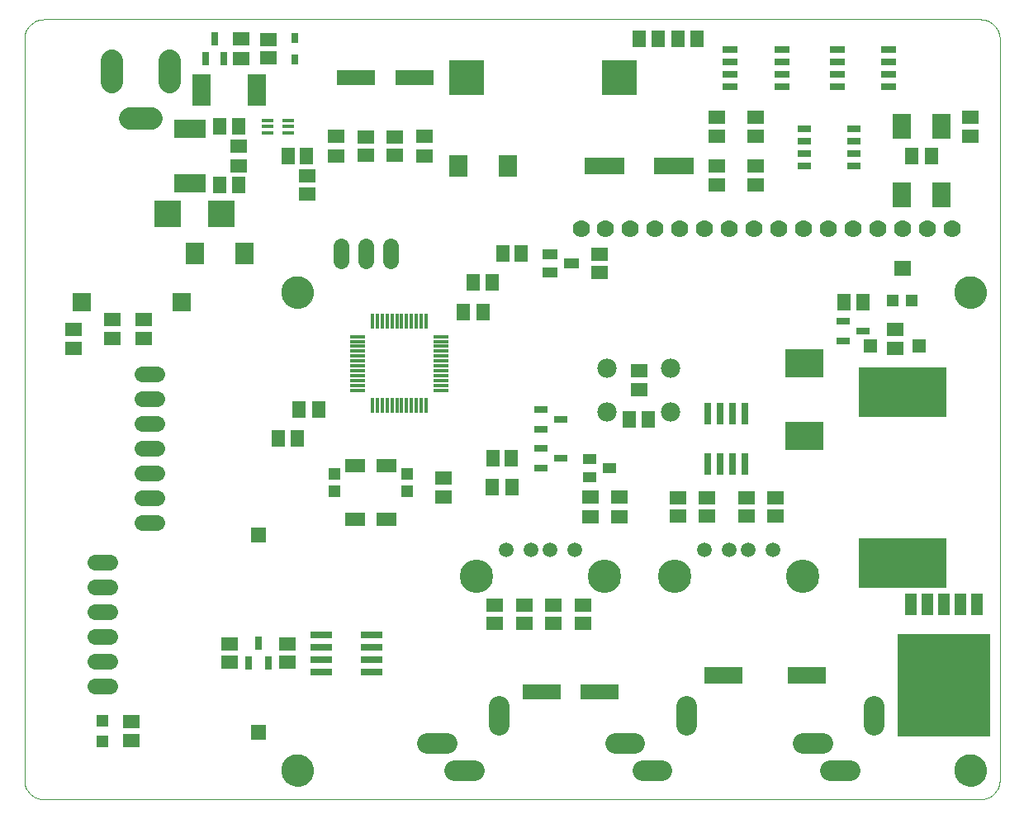
<source format=gts>
G75*
G70*
%OFA0B0*%
%FSLAX24Y24*%
%IPPOS*%
%LPD*%
%AMOC8*
5,1,8,0,0,1.08239X$1,22.5*
%
%ADD10C,0.0000*%
%ADD11C,0.1300*%
%ADD12C,0.0827*%
%ADD13C,0.1346*%
%ADD14C,0.0594*%
%ADD15R,0.1103X0.1103*%
%ADD16C,0.0700*%
%ADD17R,0.0138X0.0631*%
%ADD18R,0.0631X0.0138*%
%ADD19R,0.0749X0.1300*%
%ADD20R,0.0749X0.0985*%
%ADD21R,0.0552X0.0670*%
%ADD22R,0.1536X0.0591*%
%ADD23R,0.1615X0.0670*%
%ADD24R,0.0670X0.0552*%
%ADD25R,0.1418X0.1418*%
%ADD26R,0.0260X0.0560*%
%ADD27R,0.1300X0.0749*%
%ADD28R,0.0540X0.0290*%
%ADD29R,0.0640X0.0260*%
%ADD30R,0.0634X0.0634*%
%ADD31R,0.0555X0.0555*%
%ADD32R,0.0465X0.0453*%
%ADD33C,0.0640*%
%ADD34R,0.3583X0.2009*%
%ADD35R,0.0560X0.0430*%
%ADD36R,0.1575X0.0670*%
%ADD37R,0.0276X0.0906*%
%ADD38R,0.0906X0.0276*%
%ADD39R,0.0670X0.0631*%
%ADD40R,0.0510X0.0510*%
%ADD41C,0.0780*%
%ADD42R,0.0749X0.0906*%
%ADD43R,0.0512X0.0512*%
%ADD44R,0.3780X0.4138*%
%ADD45R,0.0460X0.0890*%
%ADD46R,0.1536X0.1142*%
%ADD47C,0.0900*%
%ADD48R,0.0500X0.0180*%
%ADD49R,0.0560X0.0260*%
%ADD50R,0.0749X0.0749*%
%ADD51R,0.0276X0.0434*%
%ADD52R,0.0788X0.0552*%
%ADD53R,0.0591X0.0434*%
D10*
X000947Y001087D02*
X038743Y001087D01*
X038743Y001088D02*
X038797Y001090D01*
X038850Y001095D01*
X038903Y001104D01*
X038955Y001117D01*
X039007Y001133D01*
X039057Y001153D01*
X039105Y001176D01*
X039152Y001203D01*
X039197Y001232D01*
X039240Y001265D01*
X039280Y001300D01*
X039318Y001338D01*
X039353Y001378D01*
X039386Y001421D01*
X039415Y001466D01*
X039442Y001513D01*
X039465Y001561D01*
X039485Y001611D01*
X039501Y001663D01*
X039514Y001715D01*
X039523Y001768D01*
X039528Y001821D01*
X039530Y001875D01*
X039530Y031796D01*
X039528Y031850D01*
X039523Y031903D01*
X039514Y031956D01*
X039501Y032008D01*
X039485Y032060D01*
X039465Y032110D01*
X039442Y032158D01*
X039415Y032205D01*
X039386Y032250D01*
X039353Y032293D01*
X039318Y032333D01*
X039280Y032371D01*
X039240Y032406D01*
X039197Y032439D01*
X039152Y032468D01*
X039105Y032495D01*
X039057Y032518D01*
X039007Y032538D01*
X038955Y032554D01*
X038903Y032567D01*
X038850Y032576D01*
X038797Y032581D01*
X038743Y032583D01*
X000947Y032583D01*
X000893Y032581D01*
X000840Y032576D01*
X000787Y032567D01*
X000735Y032554D01*
X000683Y032538D01*
X000633Y032518D01*
X000585Y032495D01*
X000538Y032468D01*
X000493Y032439D01*
X000450Y032406D01*
X000410Y032371D01*
X000372Y032333D01*
X000337Y032293D01*
X000304Y032250D01*
X000275Y032205D01*
X000248Y032158D01*
X000225Y032110D01*
X000205Y032060D01*
X000189Y032008D01*
X000176Y031956D01*
X000167Y031903D01*
X000162Y031850D01*
X000160Y031796D01*
X000160Y001875D01*
X000162Y001821D01*
X000167Y001768D01*
X000176Y001715D01*
X000189Y001663D01*
X000205Y001611D01*
X000225Y001561D01*
X000248Y001513D01*
X000275Y001466D01*
X000304Y001421D01*
X000337Y001378D01*
X000372Y001338D01*
X000410Y001300D01*
X000450Y001265D01*
X000493Y001232D01*
X000538Y001203D01*
X000585Y001176D01*
X000633Y001153D01*
X000683Y001133D01*
X000735Y001117D01*
X000787Y001104D01*
X000840Y001095D01*
X000893Y001090D01*
X000947Y001088D01*
X010554Y002269D02*
X010556Y002319D01*
X010562Y002369D01*
X010572Y002418D01*
X010586Y002466D01*
X010603Y002513D01*
X010624Y002558D01*
X010649Y002602D01*
X010677Y002643D01*
X010709Y002682D01*
X010743Y002719D01*
X010780Y002753D01*
X010820Y002783D01*
X010862Y002810D01*
X010906Y002834D01*
X010952Y002855D01*
X010999Y002871D01*
X011047Y002884D01*
X011097Y002893D01*
X011146Y002898D01*
X011197Y002899D01*
X011247Y002896D01*
X011296Y002889D01*
X011345Y002878D01*
X011393Y002863D01*
X011439Y002845D01*
X011484Y002823D01*
X011527Y002797D01*
X011568Y002768D01*
X011607Y002736D01*
X011643Y002701D01*
X011675Y002663D01*
X011705Y002623D01*
X011732Y002580D01*
X011755Y002536D01*
X011774Y002490D01*
X011790Y002442D01*
X011802Y002393D01*
X011810Y002344D01*
X011814Y002294D01*
X011814Y002244D01*
X011810Y002194D01*
X011802Y002145D01*
X011790Y002096D01*
X011774Y002048D01*
X011755Y002002D01*
X011732Y001958D01*
X011705Y001915D01*
X011675Y001875D01*
X011643Y001837D01*
X011607Y001802D01*
X011568Y001770D01*
X011527Y001741D01*
X011484Y001715D01*
X011439Y001693D01*
X011393Y001675D01*
X011345Y001660D01*
X011296Y001649D01*
X011247Y001642D01*
X011197Y001639D01*
X011146Y001640D01*
X011097Y001645D01*
X011047Y001654D01*
X010999Y001667D01*
X010952Y001683D01*
X010906Y001704D01*
X010862Y001728D01*
X010820Y001755D01*
X010780Y001785D01*
X010743Y001819D01*
X010709Y001856D01*
X010677Y001895D01*
X010649Y001936D01*
X010624Y001980D01*
X010603Y002025D01*
X010586Y002072D01*
X010572Y002120D01*
X010562Y002169D01*
X010556Y002219D01*
X010554Y002269D01*
X010554Y021560D02*
X010556Y021610D01*
X010562Y021660D01*
X010572Y021709D01*
X010586Y021757D01*
X010603Y021804D01*
X010624Y021849D01*
X010649Y021893D01*
X010677Y021934D01*
X010709Y021973D01*
X010743Y022010D01*
X010780Y022044D01*
X010820Y022074D01*
X010862Y022101D01*
X010906Y022125D01*
X010952Y022146D01*
X010999Y022162D01*
X011047Y022175D01*
X011097Y022184D01*
X011146Y022189D01*
X011197Y022190D01*
X011247Y022187D01*
X011296Y022180D01*
X011345Y022169D01*
X011393Y022154D01*
X011439Y022136D01*
X011484Y022114D01*
X011527Y022088D01*
X011568Y022059D01*
X011607Y022027D01*
X011643Y021992D01*
X011675Y021954D01*
X011705Y021914D01*
X011732Y021871D01*
X011755Y021827D01*
X011774Y021781D01*
X011790Y021733D01*
X011802Y021684D01*
X011810Y021635D01*
X011814Y021585D01*
X011814Y021535D01*
X011810Y021485D01*
X011802Y021436D01*
X011790Y021387D01*
X011774Y021339D01*
X011755Y021293D01*
X011732Y021249D01*
X011705Y021206D01*
X011675Y021166D01*
X011643Y021128D01*
X011607Y021093D01*
X011568Y021061D01*
X011527Y021032D01*
X011484Y021006D01*
X011439Y020984D01*
X011393Y020966D01*
X011345Y020951D01*
X011296Y020940D01*
X011247Y020933D01*
X011197Y020930D01*
X011146Y020931D01*
X011097Y020936D01*
X011047Y020945D01*
X010999Y020958D01*
X010952Y020974D01*
X010906Y020995D01*
X010862Y021019D01*
X010820Y021046D01*
X010780Y021076D01*
X010743Y021110D01*
X010709Y021147D01*
X010677Y021186D01*
X010649Y021227D01*
X010624Y021271D01*
X010603Y021316D01*
X010586Y021363D01*
X010572Y021411D01*
X010562Y021460D01*
X010556Y021510D01*
X010554Y021560D01*
X037719Y021560D02*
X037721Y021610D01*
X037727Y021660D01*
X037737Y021709D01*
X037751Y021757D01*
X037768Y021804D01*
X037789Y021849D01*
X037814Y021893D01*
X037842Y021934D01*
X037874Y021973D01*
X037908Y022010D01*
X037945Y022044D01*
X037985Y022074D01*
X038027Y022101D01*
X038071Y022125D01*
X038117Y022146D01*
X038164Y022162D01*
X038212Y022175D01*
X038262Y022184D01*
X038311Y022189D01*
X038362Y022190D01*
X038412Y022187D01*
X038461Y022180D01*
X038510Y022169D01*
X038558Y022154D01*
X038604Y022136D01*
X038649Y022114D01*
X038692Y022088D01*
X038733Y022059D01*
X038772Y022027D01*
X038808Y021992D01*
X038840Y021954D01*
X038870Y021914D01*
X038897Y021871D01*
X038920Y021827D01*
X038939Y021781D01*
X038955Y021733D01*
X038967Y021684D01*
X038975Y021635D01*
X038979Y021585D01*
X038979Y021535D01*
X038975Y021485D01*
X038967Y021436D01*
X038955Y021387D01*
X038939Y021339D01*
X038920Y021293D01*
X038897Y021249D01*
X038870Y021206D01*
X038840Y021166D01*
X038808Y021128D01*
X038772Y021093D01*
X038733Y021061D01*
X038692Y021032D01*
X038649Y021006D01*
X038604Y020984D01*
X038558Y020966D01*
X038510Y020951D01*
X038461Y020940D01*
X038412Y020933D01*
X038362Y020930D01*
X038311Y020931D01*
X038262Y020936D01*
X038212Y020945D01*
X038164Y020958D01*
X038117Y020974D01*
X038071Y020995D01*
X038027Y021019D01*
X037985Y021046D01*
X037945Y021076D01*
X037908Y021110D01*
X037874Y021147D01*
X037842Y021186D01*
X037814Y021227D01*
X037789Y021271D01*
X037768Y021316D01*
X037751Y021363D01*
X037737Y021411D01*
X037727Y021460D01*
X037721Y021510D01*
X037719Y021560D01*
X037719Y002269D02*
X037721Y002319D01*
X037727Y002369D01*
X037737Y002418D01*
X037751Y002466D01*
X037768Y002513D01*
X037789Y002558D01*
X037814Y002602D01*
X037842Y002643D01*
X037874Y002682D01*
X037908Y002719D01*
X037945Y002753D01*
X037985Y002783D01*
X038027Y002810D01*
X038071Y002834D01*
X038117Y002855D01*
X038164Y002871D01*
X038212Y002884D01*
X038262Y002893D01*
X038311Y002898D01*
X038362Y002899D01*
X038412Y002896D01*
X038461Y002889D01*
X038510Y002878D01*
X038558Y002863D01*
X038604Y002845D01*
X038649Y002823D01*
X038692Y002797D01*
X038733Y002768D01*
X038772Y002736D01*
X038808Y002701D01*
X038840Y002663D01*
X038870Y002623D01*
X038897Y002580D01*
X038920Y002536D01*
X038939Y002490D01*
X038955Y002442D01*
X038967Y002393D01*
X038975Y002344D01*
X038979Y002294D01*
X038979Y002244D01*
X038975Y002194D01*
X038967Y002145D01*
X038955Y002096D01*
X038939Y002048D01*
X038920Y002002D01*
X038897Y001958D01*
X038870Y001915D01*
X038840Y001875D01*
X038808Y001837D01*
X038772Y001802D01*
X038733Y001770D01*
X038692Y001741D01*
X038649Y001715D01*
X038604Y001693D01*
X038558Y001675D01*
X038510Y001660D01*
X038461Y001649D01*
X038412Y001642D01*
X038362Y001639D01*
X038311Y001640D01*
X038262Y001645D01*
X038212Y001654D01*
X038164Y001667D01*
X038117Y001683D01*
X038071Y001704D01*
X038027Y001728D01*
X037985Y001755D01*
X037945Y001785D01*
X037908Y001819D01*
X037874Y001856D01*
X037842Y001895D01*
X037814Y001936D01*
X037789Y001980D01*
X037768Y002025D01*
X037751Y002072D01*
X037737Y002120D01*
X037727Y002169D01*
X037721Y002219D01*
X037719Y002269D01*
D11*
X038349Y002269D03*
X038349Y021560D03*
X011184Y021560D03*
X011184Y002269D03*
D12*
X016422Y003379D02*
X017209Y003379D01*
X017524Y002276D02*
X018312Y002276D01*
X019296Y004087D02*
X019296Y004875D01*
X023997Y003379D02*
X024784Y003379D01*
X025099Y002276D02*
X025886Y002276D01*
X026871Y004087D02*
X026871Y004875D01*
X031571Y003379D02*
X032359Y003379D01*
X032674Y002276D02*
X033461Y002276D01*
X034445Y004087D02*
X034445Y004875D01*
D13*
X031576Y010113D03*
X026403Y010113D03*
X023580Y010113D03*
X018407Y010113D03*
D14*
X019616Y011180D03*
X020600Y011180D03*
X021387Y011180D03*
X022371Y011180D03*
X027611Y011180D03*
X028596Y011180D03*
X029383Y011180D03*
X030367Y011180D03*
D15*
X008097Y024745D03*
X005932Y024745D03*
D16*
X022636Y024119D03*
X023601Y024119D03*
X024601Y024119D03*
X025601Y024119D03*
X026601Y024119D03*
X027601Y024119D03*
X028601Y024119D03*
X029601Y024119D03*
X030601Y024119D03*
X031601Y024119D03*
X032601Y024119D03*
X033601Y024119D03*
X034601Y024119D03*
X035601Y024119D03*
X036601Y024119D03*
X037601Y024119D03*
D17*
X016377Y020387D03*
X016180Y020387D03*
X015983Y020387D03*
X015786Y020387D03*
X015589Y020387D03*
X015392Y020387D03*
X015195Y020387D03*
X014999Y020387D03*
X014802Y020387D03*
X014605Y020387D03*
X014408Y020387D03*
X014211Y020387D03*
X014211Y017001D03*
X014408Y017001D03*
X014605Y017001D03*
X014802Y017001D03*
X014999Y017001D03*
X015195Y017001D03*
X015392Y017001D03*
X015589Y017001D03*
X015786Y017001D03*
X015983Y017001D03*
X016180Y017001D03*
X016377Y017001D03*
D18*
X016987Y017611D03*
X016987Y017808D03*
X016987Y018005D03*
X016987Y018202D03*
X016987Y018398D03*
X016987Y018595D03*
X016987Y018792D03*
X016987Y018989D03*
X016987Y019186D03*
X016987Y019383D03*
X016987Y019580D03*
X016987Y019776D03*
X013601Y019776D03*
X013601Y019580D03*
X013601Y019383D03*
X013601Y019186D03*
X013601Y018989D03*
X013601Y018792D03*
X013601Y018595D03*
X013601Y018398D03*
X013601Y018202D03*
X013601Y018005D03*
X013601Y017808D03*
X013601Y017611D03*
D19*
X009530Y029729D03*
X007325Y029729D03*
D20*
X035583Y028253D03*
X037178Y028253D03*
X037178Y025497D03*
X035583Y025497D03*
D21*
X035987Y027072D03*
X036774Y027072D03*
X033999Y021166D03*
X033251Y021166D03*
X025357Y016442D03*
X024569Y016442D03*
X019825Y014867D03*
X019077Y014867D03*
X019058Y013686D03*
X019845Y013686D03*
X018664Y020772D03*
X017877Y020772D03*
X018270Y021954D03*
X019058Y021954D03*
X019471Y023135D03*
X020219Y023135D03*
X012046Y016835D03*
X011258Y016835D03*
X011184Y015654D03*
X010396Y015654D03*
X008802Y025891D03*
X008054Y025891D03*
X008054Y028253D03*
X008802Y028253D03*
X010810Y027072D03*
X011558Y027072D03*
X024983Y031796D03*
X025731Y031796D03*
X026538Y031796D03*
X027325Y031796D03*
D22*
X015908Y030221D03*
X013546Y030221D03*
X021026Y005418D03*
X023388Y005418D03*
D23*
X023566Y026678D03*
X026361Y026678D03*
D24*
X028113Y026658D03*
X028113Y025910D03*
X029688Y025910D03*
X029688Y026658D03*
X029688Y027879D03*
X029688Y028627D03*
X028113Y028627D03*
X028113Y027879D03*
X023388Y023115D03*
X023388Y022367D03*
X024963Y018391D03*
X024963Y017643D03*
X024176Y013292D03*
X024176Y012505D03*
X022995Y012505D03*
X022995Y013292D03*
X026538Y013272D03*
X026538Y012524D03*
X027719Y012524D03*
X027719Y013272D03*
X029294Y013272D03*
X029294Y012524D03*
X030475Y012524D03*
X030475Y013272D03*
X035298Y019316D03*
X035298Y020064D03*
X038349Y027859D03*
X038349Y028646D03*
X017089Y014060D03*
X017089Y013312D03*
X019156Y008942D03*
X019156Y008194D03*
X020337Y008194D03*
X020337Y008942D03*
X021518Y008942D03*
X021518Y008194D03*
X022699Y008194D03*
X022699Y008942D03*
X010790Y007367D03*
X010790Y006619D03*
X008428Y006619D03*
X008428Y007367D03*
X004491Y004217D03*
X004491Y003469D03*
X002129Y019316D03*
X002129Y020064D03*
X003703Y019709D03*
X003703Y020457D03*
X004983Y020477D03*
X004983Y019690D03*
X011577Y025517D03*
X011577Y026265D03*
X012758Y027072D03*
X012758Y027859D03*
X013940Y027839D03*
X013940Y027091D03*
X015121Y027091D03*
X015121Y027839D03*
X016302Y027859D03*
X016302Y027072D03*
X010003Y031028D03*
X010003Y031776D03*
X008920Y031796D03*
X008920Y031009D03*
X008821Y027465D03*
X008821Y026678D03*
D25*
X017996Y030221D03*
X024176Y030221D03*
D26*
X008197Y031002D03*
X007477Y031002D03*
X007837Y031802D03*
X009609Y007393D03*
X010009Y006593D03*
X009209Y006593D03*
D27*
X006853Y025969D03*
X006853Y028174D03*
D28*
X031656Y028178D03*
X031656Y027678D03*
X031656Y027178D03*
X031656Y026678D03*
X033656Y026678D03*
X033656Y027178D03*
X033656Y027678D03*
X033656Y028178D03*
D29*
X032978Y029865D03*
X032978Y030365D03*
X032978Y030865D03*
X032978Y031365D03*
X035058Y031365D03*
X035058Y030865D03*
X035058Y030365D03*
X035058Y029865D03*
X030728Y029865D03*
X030728Y030365D03*
X030728Y030865D03*
X030728Y031365D03*
X028648Y031365D03*
X028648Y030865D03*
X028648Y030365D03*
X028648Y029865D03*
D30*
X009609Y011767D03*
X009609Y003794D03*
D31*
X034314Y019394D03*
X036282Y019394D03*
D32*
X015613Y014227D03*
X015613Y013538D03*
X012660Y013538D03*
X012660Y014227D03*
D33*
X005503Y014261D02*
X004903Y014261D01*
X004903Y015261D02*
X005503Y015261D01*
X005503Y016261D02*
X004903Y016261D01*
X004903Y017261D02*
X005503Y017261D01*
X005503Y018261D02*
X004903Y018261D01*
X004903Y013261D02*
X005503Y013261D01*
X005503Y012261D02*
X004903Y012261D01*
X003610Y010674D02*
X003010Y010674D01*
X003010Y009674D02*
X003610Y009674D01*
X003610Y008674D02*
X003010Y008674D01*
X003010Y007674D02*
X003610Y007674D01*
X003610Y006674D02*
X003010Y006674D01*
X003010Y005674D02*
X003610Y005674D01*
X012940Y022835D02*
X012940Y023435D01*
X013940Y023435D02*
X013940Y022835D01*
X014940Y022835D02*
X014940Y023435D01*
D34*
X035593Y017524D03*
X035593Y010635D03*
D35*
X023788Y014473D03*
X022988Y014103D03*
X022988Y014843D03*
D36*
X028384Y006107D03*
X031731Y006107D03*
D37*
X029256Y014631D03*
X028756Y014631D03*
X028256Y014631D03*
X027756Y014631D03*
X027756Y016678D03*
X028256Y016678D03*
X028756Y016678D03*
X029256Y016678D03*
D38*
X014176Y007743D03*
X014176Y007243D03*
X014176Y006743D03*
X014176Y006243D03*
X012129Y006243D03*
X012129Y006743D03*
X012129Y007243D03*
X012129Y007743D03*
D39*
X035593Y022524D03*
D40*
X035199Y021245D03*
X035987Y021245D03*
D41*
X026243Y018513D03*
X026243Y016733D03*
X023683Y016733D03*
X023683Y018513D03*
D42*
X019668Y026678D03*
X017660Y026678D03*
X009038Y023135D03*
X007030Y023135D03*
D43*
X003310Y004257D03*
X003310Y003430D03*
D44*
X037266Y005698D03*
D45*
X037266Y008978D03*
X037936Y008978D03*
X038606Y008978D03*
X036596Y008978D03*
X035926Y008978D03*
D46*
X031656Y015772D03*
X031656Y018686D03*
D47*
X006022Y030069D02*
X006022Y030929D01*
X003660Y030929D02*
X003660Y030069D01*
X004411Y028609D02*
X005271Y028609D01*
D48*
X009986Y028513D03*
X009986Y028253D03*
X009986Y027993D03*
X010806Y027993D03*
X010806Y028253D03*
X010806Y028513D03*
D49*
X021020Y016842D03*
X021020Y016042D03*
X021020Y015267D03*
X021020Y014467D03*
X021820Y014867D03*
X021820Y016442D03*
X033225Y019585D03*
X033225Y020385D03*
X034025Y019985D03*
D50*
X006499Y021166D03*
X002483Y021166D03*
D51*
X011085Y030969D03*
X011085Y031835D03*
D52*
X013506Y014572D03*
X014766Y014572D03*
X014766Y012406D03*
X013506Y012406D03*
D53*
X021380Y022367D03*
X021380Y023115D03*
X022247Y022741D03*
M02*

</source>
